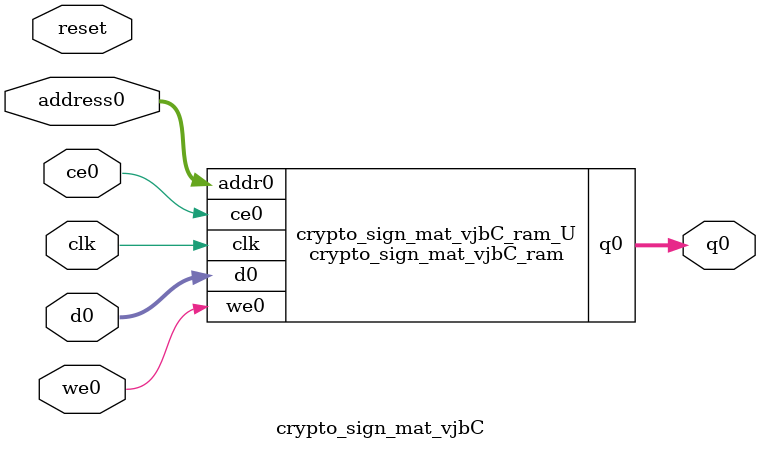
<source format=v>

`timescale 1 ns / 1 ps
module crypto_sign_mat_vjbC_ram (addr0, ce0, d0, we0, q0,  clk);

parameter DWIDTH = 23;
parameter AWIDTH = 13;
parameter MEM_SIZE = 5120;

input[AWIDTH-1:0] addr0;
input ce0;
input[DWIDTH-1:0] d0;
input we0;
output reg[DWIDTH-1:0] q0;
input clk;

(* ram_style = "block" *)reg [DWIDTH-1:0] ram[0:MEM_SIZE-1];




always @(posedge clk)  
begin 
    if (ce0) 
    begin
        if (we0) 
        begin 
            ram[addr0] <= d0; 
            q0 <= d0;
        end 
        else 
            q0 <= ram[addr0];
    end
end


endmodule


`timescale 1 ns / 1 ps
module crypto_sign_mat_vjbC(
    reset,
    clk,
    address0,
    ce0,
    we0,
    d0,
    q0);

parameter DataWidth = 32'd23;
parameter AddressRange = 32'd5120;
parameter AddressWidth = 32'd13;
input reset;
input clk;
input[AddressWidth - 1:0] address0;
input ce0;
input we0;
input[DataWidth - 1:0] d0;
output[DataWidth - 1:0] q0;



crypto_sign_mat_vjbC_ram crypto_sign_mat_vjbC_ram_U(
    .clk( clk ),
    .addr0( address0 ),
    .ce0( ce0 ),
    .we0( we0 ),
    .d0( d0 ),
    .q0( q0 ));

endmodule


</source>
